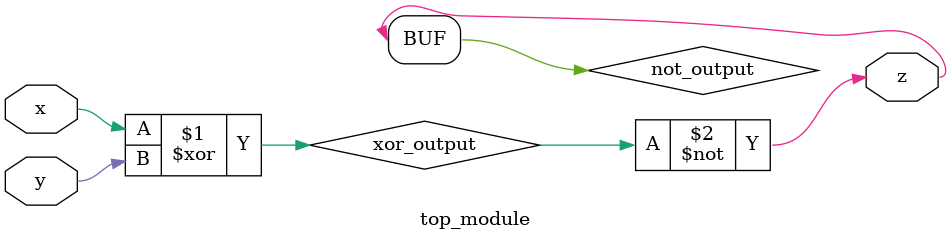
<source format=sv>
module top_module(
  input x,
  input y,
  output z);

  // XOR gate
  wire xor_output;
  assign xor_output = x ^ y;

  // NOT gate
  wire not_output;
  assign not_output = ~xor_output;

  // Output
  assign z = not_output;

endmodule

</source>
